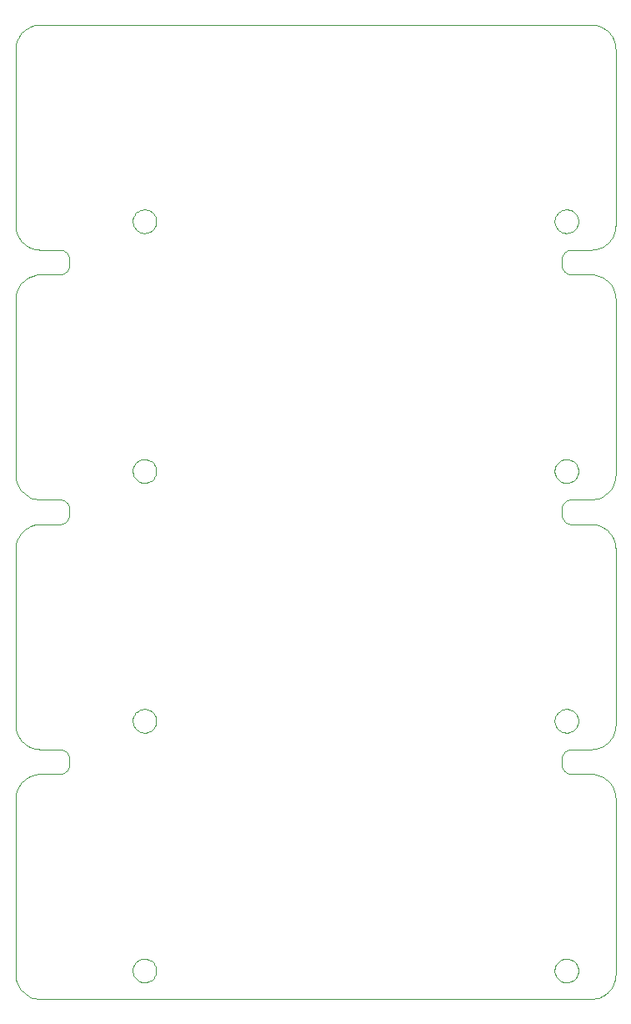
<source format=gbr>
G04 #@! TF.GenerationSoftware,KiCad,Pcbnew,5.1.7-a382d34a8~87~ubuntu20.04.1*
G04 #@! TF.CreationDate,2020-11-15T14:17:37+09:00*
G04 #@! TF.ProjectId,adapter-panel,61646170-7465-4722-9d70-616e656c2e6b,rev?*
G04 #@! TF.SameCoordinates,Original*
G04 #@! TF.FileFunction,Profile,NP*
%FSLAX46Y46*%
G04 Gerber Fmt 4.6, Leading zero omitted, Abs format (unit mm)*
G04 Created by KiCad (PCBNEW 5.1.7-a382d34a8~87~ubuntu20.04.1) date 2020-11-15 14:17:37*
%MOMM*%
%LPD*%
G01*
G04 APERTURE LIST*
G04 #@! TA.AperFunction,Profile*
%ADD10C,0.100000*%
G04 #@! TD*
G04 APERTURE END LIST*
D10*
X73596500Y-133380400D02*
X73595500Y-133499800D01*
X73595500Y-133360200D02*
X73596500Y-133380400D01*
X73582600Y-133241500D02*
X73595500Y-133360200D01*
X73558000Y-133124700D02*
X73582600Y-133241500D01*
X73521800Y-133011000D02*
X73558000Y-133124700D01*
X73474500Y-132901300D02*
X73521800Y-133011000D01*
X73416600Y-132797000D02*
X73474500Y-132901300D01*
X73348500Y-132698900D02*
X73416600Y-132797000D01*
X73271000Y-132608100D02*
X73348500Y-132698900D01*
X73184800Y-132525500D02*
X73271000Y-132608100D01*
X73090800Y-132451800D02*
X73184800Y-132525500D01*
X72990000Y-132387900D02*
X73090800Y-132451800D01*
X72883300Y-132334300D02*
X72990000Y-132387900D01*
X72771800Y-132291700D02*
X72883300Y-132334300D01*
X72656600Y-132260300D02*
X72771800Y-132291700D01*
X72538900Y-132240600D02*
X72656600Y-132260300D01*
X72419800Y-132232600D02*
X72538900Y-132240600D01*
X72300400Y-132236600D02*
X72419800Y-132232600D01*
X72182100Y-132252500D02*
X72300400Y-132236600D01*
X72065900Y-132280000D02*
X72182100Y-132252500D01*
X71953100Y-132319000D02*
X72065900Y-132280000D01*
X71844700Y-132369000D02*
X71953100Y-132319000D01*
X71741800Y-132429600D02*
X71844700Y-132369000D01*
X71645500Y-132500100D02*
X71741800Y-132429600D01*
X71556600Y-132579800D02*
X71645500Y-132500100D01*
X71476200Y-132668000D02*
X71556600Y-132579800D01*
X71404900Y-132763800D02*
X71476200Y-132668000D01*
X71343500Y-132866200D02*
X71404900Y-132763800D01*
X71292600Y-132974200D02*
X71343500Y-132866200D01*
X71252700Y-133086700D02*
X71292600Y-132974200D01*
X71224200Y-133202600D02*
X71252700Y-133086700D01*
X71207400Y-133320800D02*
X71224200Y-133202600D01*
X71202500Y-133440100D02*
X71207400Y-133320800D01*
X71209400Y-133559300D02*
X71202500Y-133440100D01*
X71228200Y-133677200D02*
X71209400Y-133559300D01*
X71258700Y-133792700D02*
X71228200Y-133677200D01*
X71300500Y-133904500D02*
X71258700Y-133792700D01*
X71353200Y-134011600D02*
X71300500Y-133904500D01*
X71416300Y-134113000D02*
X71353200Y-134011600D01*
X71489200Y-134207500D02*
X71416300Y-134113000D01*
X71571100Y-134294300D02*
X71489200Y-134207500D01*
X71661300Y-134372600D02*
X71571100Y-134294300D01*
X71758800Y-134441400D02*
X71661300Y-134372600D01*
X71862700Y-134500300D02*
X71758800Y-134441400D01*
X71971900Y-134548400D02*
X71862700Y-134500300D01*
X72085400Y-134585500D02*
X71971900Y-134548400D01*
X72202000Y-134611100D02*
X72085400Y-134585500D01*
X72320600Y-134624900D02*
X72202000Y-134611100D01*
X72440000Y-134626900D02*
X72320600Y-134624900D01*
X72558900Y-134617000D02*
X72440000Y-134626900D01*
X72676300Y-134595300D02*
X72558900Y-134617000D01*
X72791000Y-134562000D02*
X72676300Y-134595300D01*
X72901700Y-134517400D02*
X72791000Y-134562000D01*
X73007500Y-134462000D02*
X72901700Y-134517400D01*
X73107200Y-134396400D02*
X73007500Y-134462000D01*
X73200000Y-134321200D02*
X73107200Y-134396400D01*
X73284700Y-134237100D02*
X73200000Y-134321200D01*
X73360700Y-134145000D02*
X73284700Y-134237100D01*
X73416600Y-134063100D02*
X73360700Y-134145000D01*
X73474500Y-133958700D02*
X73416600Y-134063100D01*
X73521800Y-133849100D02*
X73474500Y-133958700D01*
X73558000Y-133735300D02*
X73521800Y-133849100D01*
X73582600Y-133618500D02*
X73558000Y-133735300D01*
X73595500Y-133499800D02*
X73582600Y-133618500D01*
X73596500Y-108020400D02*
X73595500Y-108139800D01*
X73595500Y-108000200D02*
X73596500Y-108020400D01*
X73582600Y-107881500D02*
X73595500Y-108000200D01*
X73558000Y-107764700D02*
X73582600Y-107881500D01*
X73521800Y-107650900D02*
X73558000Y-107764700D01*
X73474500Y-107541300D02*
X73521800Y-107650900D01*
X73416600Y-107437000D02*
X73474500Y-107541300D01*
X73348500Y-107338900D02*
X73416600Y-107437000D01*
X73271000Y-107248100D02*
X73348500Y-107338900D01*
X73184800Y-107165500D02*
X73271000Y-107248100D01*
X73090800Y-107091800D02*
X73184800Y-107165500D01*
X72990000Y-107027900D02*
X73090800Y-107091800D01*
X72883300Y-106974300D02*
X72990000Y-107027900D01*
X72771800Y-106931600D02*
X72883300Y-106974300D01*
X72656600Y-106900300D02*
X72771800Y-106931600D01*
X72538900Y-106880500D02*
X72656600Y-106900300D01*
X72419800Y-106872600D02*
X72538900Y-106880500D01*
X72300400Y-106876600D02*
X72419800Y-106872600D01*
X72182100Y-106892500D02*
X72300400Y-106876600D01*
X72065900Y-106920000D02*
X72182100Y-106892500D01*
X71953100Y-106959000D02*
X72065900Y-106920000D01*
X71844700Y-107009000D02*
X71953100Y-106959000D01*
X71741800Y-107069600D02*
X71844700Y-107009000D01*
X71645500Y-107140100D02*
X71741800Y-107069600D01*
X71556600Y-107219800D02*
X71645500Y-107140100D01*
X71476200Y-107308000D02*
X71556600Y-107219800D01*
X71404900Y-107403800D02*
X71476200Y-107308000D01*
X71343500Y-107506200D02*
X71404900Y-107403800D01*
X71292600Y-107614200D02*
X71343500Y-107506200D01*
X71252700Y-107726700D02*
X71292600Y-107614200D01*
X71224200Y-107842600D02*
X71252700Y-107726700D01*
X71207400Y-107960800D02*
X71224200Y-107842600D01*
X71202500Y-108080100D02*
X71207400Y-107960800D01*
X71209400Y-108199300D02*
X71202500Y-108080100D01*
X71228200Y-108317200D02*
X71209400Y-108199300D01*
X71258700Y-108432600D02*
X71228200Y-108317200D01*
X71300500Y-108544500D02*
X71258700Y-108432600D01*
X71353200Y-108651600D02*
X71300500Y-108544500D01*
X71416300Y-108752900D02*
X71353200Y-108651600D01*
X71489200Y-108847500D02*
X71416300Y-108752900D01*
X71571100Y-108934300D02*
X71489200Y-108847500D01*
X71661300Y-109012600D02*
X71571100Y-108934300D01*
X71758800Y-109081400D02*
X71661300Y-109012600D01*
X71862700Y-109140300D02*
X71758800Y-109081400D01*
X71971900Y-109188400D02*
X71862700Y-109140300D01*
X72085400Y-109225500D02*
X71971900Y-109188400D01*
X72202000Y-109251100D02*
X72085400Y-109225500D01*
X72320600Y-109264900D02*
X72202000Y-109251100D01*
X72419800Y-109267400D02*
X72320600Y-109264900D01*
X72538900Y-109259500D02*
X72419800Y-109267400D01*
X72656600Y-109239700D02*
X72538900Y-109259500D01*
X72771800Y-109208400D02*
X72656600Y-109239700D01*
X72883300Y-109165700D02*
X72771800Y-109208400D01*
X72990000Y-109112100D02*
X72883300Y-109165700D01*
X73090800Y-109048200D02*
X72990000Y-109112100D01*
X73184800Y-108974600D02*
X73090800Y-109048200D01*
X73271000Y-108891900D02*
X73184800Y-108974600D01*
X73348500Y-108801100D02*
X73271000Y-108891900D01*
X73416600Y-108703100D02*
X73348500Y-108801100D01*
X73474500Y-108598700D02*
X73416600Y-108703100D01*
X73521800Y-108489100D02*
X73474500Y-108598700D01*
X73558000Y-108375300D02*
X73521800Y-108489100D01*
X73582600Y-108258500D02*
X73558000Y-108375300D01*
X73595500Y-108139800D02*
X73582600Y-108258500D01*
X73596500Y-82660400D02*
X73595500Y-82779800D01*
X73595500Y-82640200D02*
X73596500Y-82660400D01*
X73582600Y-82521500D02*
X73595500Y-82640200D01*
X73558000Y-82404700D02*
X73582600Y-82521500D01*
X73521800Y-82290900D02*
X73558000Y-82404700D01*
X73474500Y-82181300D02*
X73521800Y-82290900D01*
X73416600Y-82077000D02*
X73474500Y-82181300D01*
X73348500Y-81978900D02*
X73416600Y-82077000D01*
X73271000Y-81888100D02*
X73348500Y-81978900D01*
X73184800Y-81805400D02*
X73271000Y-81888100D01*
X73090800Y-81731800D02*
X73184800Y-81805400D01*
X72990000Y-81667900D02*
X73090800Y-81731800D01*
X72883300Y-81614300D02*
X72990000Y-81667900D01*
X72771800Y-81571600D02*
X72883300Y-81614300D01*
X72656600Y-81540300D02*
X72771800Y-81571600D01*
X72538900Y-81520500D02*
X72656600Y-81540300D01*
X72419800Y-81512600D02*
X72538900Y-81520500D01*
X72300400Y-81516600D02*
X72419800Y-81512600D01*
X72182100Y-81532400D02*
X72300400Y-81516600D01*
X72065900Y-81560000D02*
X72182100Y-81532400D01*
X71953100Y-81599000D02*
X72065900Y-81560000D01*
X71844700Y-81649000D02*
X71953100Y-81599000D01*
X71741800Y-81709500D02*
X71844700Y-81649000D01*
X71645500Y-81780100D02*
X71741800Y-81709500D01*
X71556600Y-81859800D02*
X71645500Y-81780100D01*
X71476200Y-81948000D02*
X71556600Y-81859800D01*
X71404900Y-82043800D02*
X71476200Y-81948000D01*
X71343500Y-82146200D02*
X71404900Y-82043800D01*
X71292600Y-82254200D02*
X71343500Y-82146200D01*
X71252700Y-82366700D02*
X71292600Y-82254200D01*
X71224200Y-82482600D02*
X71252700Y-82366700D01*
X71207400Y-82600800D02*
X71224200Y-82482600D01*
X71202500Y-82720100D02*
X71207400Y-82600800D01*
X71209400Y-82839300D02*
X71202500Y-82720100D01*
X71228200Y-82957200D02*
X71209400Y-82839300D01*
X71258700Y-83072600D02*
X71228200Y-82957200D01*
X71300500Y-83184500D02*
X71258700Y-83072600D01*
X71353200Y-83291600D02*
X71300500Y-83184500D01*
X71416300Y-83392900D02*
X71353200Y-83291600D01*
X71489200Y-83487500D02*
X71416300Y-83392900D01*
X71571100Y-83574300D02*
X71489200Y-83487500D01*
X71661300Y-83652600D02*
X71571100Y-83574300D01*
X71758800Y-83721400D02*
X71661300Y-83652600D01*
X71862700Y-83780200D02*
X71758800Y-83721400D01*
X71971900Y-83828400D02*
X71862700Y-83780200D01*
X72085400Y-83865500D02*
X71971900Y-83828400D01*
X72202000Y-83891100D02*
X72085400Y-83865500D01*
X72320600Y-83904900D02*
X72202000Y-83891100D01*
X72419800Y-83907400D02*
X72320600Y-83904900D01*
X72538900Y-83899500D02*
X72419800Y-83907400D01*
X72656600Y-83879700D02*
X72538900Y-83899500D01*
X72771800Y-83848400D02*
X72656600Y-83879700D01*
X72883300Y-83805700D02*
X72771800Y-83848400D01*
X72990000Y-83752100D02*
X72883300Y-83805700D01*
X73090800Y-83688200D02*
X72990000Y-83752100D01*
X73184800Y-83614600D02*
X73090800Y-83688200D01*
X73271000Y-83531900D02*
X73184800Y-83614600D01*
X73348500Y-83441100D02*
X73271000Y-83531900D01*
X73416600Y-83343000D02*
X73348500Y-83441100D01*
X73474500Y-83238700D02*
X73416600Y-83343000D01*
X73521800Y-83129100D02*
X73474500Y-83238700D01*
X73558000Y-83015300D02*
X73521800Y-83129100D01*
X73582600Y-82898500D02*
X73558000Y-83015300D01*
X73595500Y-82779800D02*
X73582600Y-82898500D01*
X73596500Y-158740400D02*
X73595500Y-158859800D01*
X73595500Y-158720200D02*
X73596500Y-158740400D01*
X73582600Y-158601600D02*
X73595500Y-158720200D01*
X73558000Y-158484700D02*
X73582600Y-158601600D01*
X73521800Y-158371000D02*
X73558000Y-158484700D01*
X73474500Y-158261300D02*
X73521800Y-158371000D01*
X73416600Y-158157000D02*
X73474500Y-158261300D01*
X73348500Y-158058900D02*
X73416600Y-158157000D01*
X73271000Y-157968100D02*
X73348500Y-158058900D01*
X73184800Y-157885500D02*
X73271000Y-157968100D01*
X73090800Y-157811800D02*
X73184800Y-157885500D01*
X72990000Y-157747900D02*
X73090800Y-157811800D01*
X72883300Y-157694300D02*
X72990000Y-157747900D01*
X72771800Y-157651700D02*
X72883300Y-157694300D01*
X72656600Y-157620300D02*
X72771800Y-157651700D01*
X72538900Y-157600600D02*
X72656600Y-157620300D01*
X72419800Y-157592600D02*
X72538900Y-157600600D01*
X72300400Y-157596600D02*
X72419800Y-157592600D01*
X72182100Y-157612500D02*
X72300400Y-157596600D01*
X72065900Y-157640000D02*
X72182100Y-157612500D01*
X71953100Y-157679000D02*
X72065900Y-157640000D01*
X71844700Y-157729000D02*
X71953100Y-157679000D01*
X71741800Y-157789600D02*
X71844700Y-157729000D01*
X71645500Y-157860100D02*
X71741800Y-157789600D01*
X71556600Y-157939800D02*
X71645500Y-157860100D01*
X71476200Y-158028000D02*
X71556600Y-157939800D01*
X71404900Y-158123800D02*
X71476200Y-158028000D01*
X71343500Y-158226200D02*
X71404900Y-158123800D01*
X71292600Y-158334200D02*
X71343500Y-158226200D01*
X71252700Y-158446700D02*
X71292600Y-158334200D01*
X71224200Y-158562700D02*
X71252700Y-158446700D01*
X71207400Y-158680900D02*
X71224200Y-158562700D01*
X71202500Y-158800100D02*
X71207400Y-158680900D01*
X71209400Y-158919300D02*
X71202500Y-158800100D01*
X71228200Y-159037200D02*
X71209400Y-158919300D01*
X71258700Y-159152700D02*
X71228200Y-159037200D01*
X71300500Y-159264500D02*
X71258700Y-159152700D01*
X71353200Y-159371600D02*
X71300500Y-159264500D01*
X71416300Y-159473000D02*
X71353200Y-159371600D01*
X71489200Y-159567500D02*
X71416300Y-159473000D01*
X71571100Y-159654300D02*
X71489200Y-159567500D01*
X71661300Y-159732600D02*
X71571100Y-159654300D01*
X71758800Y-159801500D02*
X71661300Y-159732600D01*
X71862700Y-159860300D02*
X71758800Y-159801500D01*
X71971900Y-159908500D02*
X71862700Y-159860300D01*
X72085400Y-159945500D02*
X71971900Y-159908500D01*
X72202000Y-159971100D02*
X72085400Y-159945500D01*
X72300400Y-159983400D02*
X72202000Y-159971100D01*
X72419800Y-159987400D02*
X72300400Y-159983400D01*
X72538900Y-159979500D02*
X72419800Y-159987400D01*
X72656600Y-159959800D02*
X72538900Y-159979500D01*
X72771800Y-159928400D02*
X72656600Y-159959800D01*
X72883300Y-159885700D02*
X72771800Y-159928400D01*
X72990000Y-159832200D02*
X72883300Y-159885700D01*
X73090800Y-159768200D02*
X72990000Y-159832200D01*
X73184800Y-159694600D02*
X73090800Y-159768200D01*
X73271000Y-159612000D02*
X73184800Y-159694600D01*
X73348500Y-159521200D02*
X73271000Y-159612000D01*
X73416600Y-159423100D02*
X73348500Y-159521200D01*
X73474500Y-159318700D02*
X73416600Y-159423100D01*
X73521800Y-159209100D02*
X73474500Y-159318700D01*
X73558000Y-159095300D02*
X73521800Y-159209100D01*
X73582600Y-158978500D02*
X73558000Y-159095300D01*
X73595500Y-158859800D02*
X73582600Y-158978500D01*
X116452700Y-133380400D02*
X116451700Y-133499800D01*
X116451700Y-133360200D02*
X116452700Y-133380400D01*
X116438800Y-133241500D02*
X116451700Y-133360200D01*
X116414200Y-133124700D02*
X116438800Y-133241500D01*
X116378000Y-133011000D02*
X116414200Y-133124700D01*
X116330700Y-132901300D02*
X116378000Y-133011000D01*
X116272800Y-132797000D02*
X116330700Y-132901300D01*
X116204700Y-132698900D02*
X116272800Y-132797000D01*
X116127200Y-132608100D02*
X116204700Y-132698900D01*
X116041000Y-132525500D02*
X116127200Y-132608100D01*
X115947000Y-132451800D02*
X116041000Y-132525500D01*
X115846200Y-132387900D02*
X115947000Y-132451800D01*
X115739500Y-132334300D02*
X115846200Y-132387900D01*
X115628000Y-132291700D02*
X115739500Y-132334300D01*
X115512800Y-132260300D02*
X115628000Y-132291700D01*
X115395100Y-132240600D02*
X115512800Y-132260300D01*
X115276000Y-132232600D02*
X115395100Y-132240600D01*
X115156600Y-132236600D02*
X115276000Y-132232600D01*
X115038300Y-132252500D02*
X115156600Y-132236600D01*
X114922100Y-132280000D02*
X115038300Y-132252500D01*
X114809300Y-132319000D02*
X114922100Y-132280000D01*
X114700900Y-132369000D02*
X114809300Y-132319000D01*
X114598000Y-132429600D02*
X114700900Y-132369000D01*
X114501700Y-132500100D02*
X114598000Y-132429600D01*
X114412800Y-132579800D02*
X114501700Y-132500100D01*
X114332400Y-132668000D02*
X114412800Y-132579800D01*
X114261100Y-132763800D02*
X114332400Y-132668000D01*
X114199700Y-132866200D02*
X114261100Y-132763800D01*
X114148800Y-132974200D02*
X114199700Y-132866200D01*
X114108900Y-133086700D02*
X114148800Y-132974200D01*
X114080400Y-133202600D02*
X114108900Y-133086700D01*
X114063600Y-133320800D02*
X114080400Y-133202600D01*
X114058700Y-133440100D02*
X114063600Y-133320800D01*
X114065600Y-133559300D02*
X114058700Y-133440100D01*
X114084400Y-133677200D02*
X114065600Y-133559300D01*
X114114900Y-133792700D02*
X114084400Y-133677200D01*
X114156700Y-133904500D02*
X114114900Y-133792700D01*
X114209400Y-134011600D02*
X114156700Y-133904500D01*
X114272500Y-134113000D02*
X114209400Y-134011600D01*
X114345400Y-134207500D02*
X114272500Y-134113000D01*
X114427300Y-134294300D02*
X114345400Y-134207500D01*
X114517500Y-134372600D02*
X114427300Y-134294300D01*
X114615000Y-134441400D02*
X114517500Y-134372600D01*
X114718900Y-134500300D02*
X114615000Y-134441400D01*
X114828100Y-134548400D02*
X114718900Y-134500300D01*
X114941600Y-134585500D02*
X114828100Y-134548400D01*
X115058200Y-134611100D02*
X114941600Y-134585500D01*
X115176800Y-134624900D02*
X115058200Y-134611100D01*
X115296200Y-134626900D02*
X115176800Y-134624900D01*
X115415100Y-134617000D02*
X115296200Y-134626900D01*
X115532500Y-134595300D02*
X115415100Y-134617000D01*
X115647200Y-134562000D02*
X115532500Y-134595300D01*
X115757900Y-134517400D02*
X115647200Y-134562000D01*
X115863700Y-134462000D02*
X115757900Y-134517400D01*
X115963400Y-134396400D02*
X115863700Y-134462000D01*
X116056200Y-134321200D02*
X115963400Y-134396400D01*
X116140900Y-134237100D02*
X116056200Y-134321200D01*
X116216900Y-134145000D02*
X116140900Y-134237100D01*
X116272800Y-134063100D02*
X116216900Y-134145000D01*
X116330700Y-133958700D02*
X116272800Y-134063100D01*
X116378000Y-133849100D02*
X116330700Y-133958700D01*
X116414200Y-133735300D02*
X116378000Y-133849100D01*
X116438800Y-133618500D02*
X116414200Y-133735300D01*
X116451700Y-133499800D02*
X116438800Y-133618500D01*
X116452700Y-108020400D02*
X116451700Y-108139800D01*
X116451700Y-108000200D02*
X116452700Y-108020400D01*
X116438800Y-107881500D02*
X116451700Y-108000200D01*
X116414200Y-107764700D02*
X116438800Y-107881500D01*
X116378000Y-107650900D02*
X116414200Y-107764700D01*
X116330700Y-107541300D02*
X116378000Y-107650900D01*
X116272800Y-107437000D02*
X116330700Y-107541300D01*
X116204700Y-107338900D02*
X116272800Y-107437000D01*
X116127200Y-107248100D02*
X116204700Y-107338900D01*
X116041000Y-107165500D02*
X116127200Y-107248100D01*
X115947000Y-107091800D02*
X116041000Y-107165500D01*
X115846200Y-107027900D02*
X115947000Y-107091800D01*
X115739500Y-106974300D02*
X115846200Y-107027900D01*
X115628000Y-106931600D02*
X115739500Y-106974300D01*
X115512800Y-106900300D02*
X115628000Y-106931600D01*
X115395100Y-106880500D02*
X115512800Y-106900300D01*
X115276000Y-106872600D02*
X115395100Y-106880500D01*
X115156600Y-106876600D02*
X115276000Y-106872600D01*
X115038300Y-106892500D02*
X115156600Y-106876600D01*
X114922100Y-106920000D02*
X115038300Y-106892500D01*
X114809300Y-106959000D02*
X114922100Y-106920000D01*
X114700900Y-107009000D02*
X114809300Y-106959000D01*
X114598000Y-107069600D02*
X114700900Y-107009000D01*
X114501700Y-107140100D02*
X114598000Y-107069600D01*
X114412800Y-107219800D02*
X114501700Y-107140100D01*
X114332400Y-107308000D02*
X114412800Y-107219800D01*
X114261100Y-107403800D02*
X114332400Y-107308000D01*
X114199700Y-107506200D02*
X114261100Y-107403800D01*
X114148800Y-107614200D02*
X114199700Y-107506200D01*
X114108900Y-107726700D02*
X114148800Y-107614200D01*
X114080400Y-107842600D02*
X114108900Y-107726700D01*
X114063600Y-107960800D02*
X114080400Y-107842600D01*
X114058700Y-108080100D02*
X114063600Y-107960800D01*
X114065600Y-108199300D02*
X114058700Y-108080100D01*
X114084400Y-108317200D02*
X114065600Y-108199300D01*
X114114900Y-108432600D02*
X114084400Y-108317200D01*
X114156700Y-108544500D02*
X114114900Y-108432600D01*
X114209400Y-108651600D02*
X114156700Y-108544500D01*
X114272500Y-108752900D02*
X114209400Y-108651600D01*
X114345400Y-108847500D02*
X114272500Y-108752900D01*
X114427300Y-108934300D02*
X114345400Y-108847500D01*
X114517500Y-109012600D02*
X114427300Y-108934300D01*
X114615000Y-109081400D02*
X114517500Y-109012600D01*
X114718900Y-109140300D02*
X114615000Y-109081400D01*
X114828100Y-109188400D02*
X114718900Y-109140300D01*
X114941600Y-109225500D02*
X114828100Y-109188400D01*
X115058200Y-109251100D02*
X114941600Y-109225500D01*
X115176800Y-109264900D02*
X115058200Y-109251100D01*
X115276000Y-109267400D02*
X115176800Y-109264900D01*
X115395100Y-109259500D02*
X115276000Y-109267400D01*
X115512800Y-109239700D02*
X115395100Y-109259500D01*
X115628000Y-109208400D02*
X115512800Y-109239700D01*
X115739500Y-109165700D02*
X115628000Y-109208400D01*
X115846200Y-109112100D02*
X115739500Y-109165700D01*
X115947000Y-109048200D02*
X115846200Y-109112100D01*
X116041000Y-108974600D02*
X115947000Y-109048200D01*
X116127200Y-108891900D02*
X116041000Y-108974600D01*
X116204700Y-108801100D02*
X116127200Y-108891900D01*
X116272800Y-108703100D02*
X116204700Y-108801100D01*
X116330700Y-108598700D02*
X116272800Y-108703100D01*
X116378000Y-108489100D02*
X116330700Y-108598700D01*
X116414200Y-108375300D02*
X116378000Y-108489100D01*
X116438800Y-108258500D02*
X116414200Y-108375300D01*
X116451700Y-108139800D02*
X116438800Y-108258500D01*
X116452700Y-82660400D02*
X116451700Y-82779800D01*
X116451700Y-82640200D02*
X116452700Y-82660400D01*
X116438800Y-82521500D02*
X116451700Y-82640200D01*
X116414200Y-82404700D02*
X116438800Y-82521500D01*
X116378000Y-82290900D02*
X116414200Y-82404700D01*
X116330700Y-82181300D02*
X116378000Y-82290900D01*
X116272800Y-82077000D02*
X116330700Y-82181300D01*
X116204700Y-81978900D02*
X116272800Y-82077000D01*
X116127200Y-81888100D02*
X116204700Y-81978900D01*
X116041000Y-81805400D02*
X116127200Y-81888100D01*
X115947000Y-81731800D02*
X116041000Y-81805400D01*
X115846200Y-81667900D02*
X115947000Y-81731800D01*
X115739500Y-81614300D02*
X115846200Y-81667900D01*
X115628000Y-81571600D02*
X115739500Y-81614300D01*
X115512800Y-81540300D02*
X115628000Y-81571600D01*
X115395100Y-81520500D02*
X115512800Y-81540300D01*
X115276000Y-81512600D02*
X115395100Y-81520500D01*
X115156600Y-81516600D02*
X115276000Y-81512600D01*
X115038300Y-81532400D02*
X115156600Y-81516600D01*
X114922100Y-81560000D02*
X115038300Y-81532400D01*
X114809300Y-81599000D02*
X114922100Y-81560000D01*
X114700900Y-81649000D02*
X114809300Y-81599000D01*
X114598000Y-81709500D02*
X114700900Y-81649000D01*
X114501700Y-81780100D02*
X114598000Y-81709500D01*
X114412800Y-81859800D02*
X114501700Y-81780100D01*
X114332400Y-81948000D02*
X114412800Y-81859800D01*
X114261100Y-82043800D02*
X114332400Y-81948000D01*
X114199700Y-82146200D02*
X114261100Y-82043800D01*
X114148800Y-82254200D02*
X114199700Y-82146200D01*
X114108900Y-82366700D02*
X114148800Y-82254200D01*
X114080400Y-82482600D02*
X114108900Y-82366700D01*
X114063600Y-82600800D02*
X114080400Y-82482600D01*
X114058700Y-82720100D02*
X114063600Y-82600800D01*
X114065600Y-82839300D02*
X114058700Y-82720100D01*
X114084400Y-82957200D02*
X114065600Y-82839300D01*
X114114900Y-83072600D02*
X114084400Y-82957200D01*
X114156700Y-83184500D02*
X114114900Y-83072600D01*
X114209400Y-83291600D02*
X114156700Y-83184500D01*
X114272500Y-83392900D02*
X114209400Y-83291600D01*
X114345400Y-83487500D02*
X114272500Y-83392900D01*
X114427300Y-83574300D02*
X114345400Y-83487500D01*
X114517500Y-83652600D02*
X114427300Y-83574300D01*
X114615000Y-83721400D02*
X114517500Y-83652600D01*
X114718900Y-83780200D02*
X114615000Y-83721400D01*
X114828100Y-83828400D02*
X114718900Y-83780200D01*
X114941600Y-83865500D02*
X114828100Y-83828400D01*
X115058200Y-83891100D02*
X114941600Y-83865500D01*
X115176800Y-83904900D02*
X115058200Y-83891100D01*
X115276000Y-83907400D02*
X115176800Y-83904900D01*
X115395100Y-83899500D02*
X115276000Y-83907400D01*
X115512800Y-83879700D02*
X115395100Y-83899500D01*
X115628000Y-83848400D02*
X115512800Y-83879700D01*
X115739500Y-83805700D02*
X115628000Y-83848400D01*
X115846200Y-83752100D02*
X115739500Y-83805700D01*
X115947000Y-83688200D02*
X115846200Y-83752100D01*
X116041000Y-83614600D02*
X115947000Y-83688200D01*
X116127200Y-83531900D02*
X116041000Y-83614600D01*
X116204700Y-83441100D02*
X116127200Y-83531900D01*
X116272800Y-83343000D02*
X116204700Y-83441100D01*
X116330700Y-83238700D02*
X116272800Y-83343000D01*
X116378000Y-83129100D02*
X116330700Y-83238700D01*
X116414200Y-83015300D02*
X116378000Y-83129100D01*
X116438800Y-82898500D02*
X116414200Y-83015300D01*
X116451700Y-82779800D02*
X116438800Y-82898500D01*
X116452700Y-158740400D02*
X116451700Y-158859800D01*
X116451700Y-158720200D02*
X116452700Y-158740400D01*
X116438800Y-158601600D02*
X116451700Y-158720200D01*
X116414200Y-158484700D02*
X116438800Y-158601600D01*
X116378000Y-158371000D02*
X116414200Y-158484700D01*
X116330700Y-158261300D02*
X116378000Y-158371000D01*
X116272800Y-158157000D02*
X116330700Y-158261300D01*
X116204700Y-158058900D02*
X116272800Y-158157000D01*
X116127200Y-157968100D02*
X116204700Y-158058900D01*
X116041000Y-157885500D02*
X116127200Y-157968100D01*
X115947000Y-157811800D02*
X116041000Y-157885500D01*
X115846200Y-157747900D02*
X115947000Y-157811800D01*
X115739500Y-157694300D02*
X115846200Y-157747900D01*
X115628000Y-157651700D02*
X115739500Y-157694300D01*
X115512800Y-157620300D02*
X115628000Y-157651700D01*
X115395100Y-157600600D02*
X115512800Y-157620300D01*
X115276000Y-157592600D02*
X115395100Y-157600600D01*
X115156600Y-157596600D02*
X115276000Y-157592600D01*
X115038300Y-157612500D02*
X115156600Y-157596600D01*
X114922100Y-157640000D02*
X115038300Y-157612500D01*
X114809300Y-157679000D02*
X114922100Y-157640000D01*
X114700900Y-157729000D02*
X114809300Y-157679000D01*
X114598000Y-157789600D02*
X114700900Y-157729000D01*
X114501700Y-157860100D02*
X114598000Y-157789600D01*
X114412800Y-157939800D02*
X114501700Y-157860100D01*
X114332400Y-158028000D02*
X114412800Y-157939800D01*
X114261100Y-158123800D02*
X114332400Y-158028000D01*
X114199700Y-158226200D02*
X114261100Y-158123800D01*
X114148800Y-158334200D02*
X114199700Y-158226200D01*
X114108900Y-158446700D02*
X114148800Y-158334200D01*
X114080400Y-158562700D02*
X114108900Y-158446700D01*
X114063600Y-158680900D02*
X114080400Y-158562700D01*
X114058700Y-158800100D02*
X114063600Y-158680900D01*
X114065600Y-158919300D02*
X114058700Y-158800100D01*
X114084400Y-159037200D02*
X114065600Y-158919300D01*
X114114900Y-159152700D02*
X114084400Y-159037200D01*
X114156700Y-159264500D02*
X114114900Y-159152700D01*
X114209400Y-159371600D02*
X114156700Y-159264500D01*
X114272500Y-159473000D02*
X114209400Y-159371600D01*
X114345400Y-159567500D02*
X114272500Y-159473000D01*
X114427300Y-159654300D02*
X114345400Y-159567500D01*
X114517500Y-159732600D02*
X114427300Y-159654300D01*
X114615000Y-159801500D02*
X114517500Y-159732600D01*
X114718900Y-159860300D02*
X114615000Y-159801500D01*
X114828100Y-159908500D02*
X114718900Y-159860300D01*
X114941600Y-159945500D02*
X114828100Y-159908500D01*
X115058200Y-159971100D02*
X114941600Y-159945500D01*
X115156600Y-159983400D02*
X115058200Y-159971100D01*
X115276000Y-159987400D02*
X115156600Y-159983400D01*
X115395100Y-159979500D02*
X115276000Y-159987400D01*
X115512800Y-159959800D02*
X115395100Y-159979500D01*
X115628000Y-159928400D02*
X115512800Y-159959800D01*
X115739500Y-159885700D02*
X115628000Y-159928400D01*
X115846200Y-159832200D02*
X115739500Y-159885700D01*
X115947000Y-159768200D02*
X115846200Y-159832200D01*
X116041000Y-159694600D02*
X115947000Y-159768200D01*
X116127200Y-159612000D02*
X116041000Y-159694600D01*
X116204700Y-159521200D02*
X116127200Y-159612000D01*
X116272800Y-159423100D02*
X116204700Y-159521200D01*
X116330700Y-159318700D02*
X116272800Y-159423100D01*
X116378000Y-159209100D02*
X116330700Y-159318700D01*
X116414200Y-159095300D02*
X116378000Y-159209100D01*
X116438800Y-158978500D02*
X116414200Y-159095300D01*
X116451700Y-158859800D02*
X116438800Y-158978500D01*
X114781000Y-87108800D02*
X114781000Y-86591200D01*
X114785800Y-87206000D02*
X114781000Y-87108800D01*
X114800000Y-87302100D02*
X114785800Y-87206000D01*
X114823600Y-87396400D02*
X114800000Y-87302100D01*
X114856400Y-87487900D02*
X114823600Y-87396400D01*
X114897900Y-87575700D02*
X114856400Y-87487900D01*
X114947900Y-87659000D02*
X114897900Y-87575700D01*
X115005700Y-87737100D02*
X114947900Y-87659000D01*
X115071000Y-87809000D02*
X115005700Y-87737100D01*
X115143000Y-87874300D02*
X115071000Y-87809000D01*
X115221000Y-87932200D02*
X115143000Y-87874300D01*
X115304300Y-87982100D02*
X115221000Y-87932200D01*
X115392200Y-88023600D02*
X115304300Y-87982100D01*
X115483600Y-88056400D02*
X115392200Y-88023600D01*
X115577900Y-88080000D02*
X115483600Y-88056400D01*
X115674000Y-88094200D02*
X115577900Y-88080000D01*
X115771200Y-88099000D02*
X115674000Y-88094200D01*
X117713600Y-88099000D02*
X115771200Y-88099000D01*
X117972500Y-88112200D02*
X117713600Y-88099000D01*
X117998600Y-88115000D02*
X117972500Y-88112200D01*
X118235300Y-88152500D02*
X117998600Y-88115000D01*
X118261000Y-88157900D02*
X118235300Y-88152500D01*
X118504900Y-88223600D02*
X118261000Y-88157900D01*
X118741200Y-88314000D02*
X118504900Y-88223600D01*
X118765200Y-88324700D02*
X118741200Y-88314000D01*
X118990100Y-88439600D02*
X118765200Y-88324700D01*
X119213200Y-88584400D02*
X118990100Y-88439600D01*
X119419900Y-88751800D02*
X119213200Y-88584400D01*
X119607900Y-88939800D02*
X119419900Y-88751800D01*
X119775300Y-89146500D02*
X119607900Y-88939800D01*
X119920400Y-89369900D02*
X119775300Y-89146500D01*
X120041100Y-89606900D02*
X119920400Y-89369900D01*
X120136400Y-89855200D02*
X120041100Y-89606900D01*
X120205200Y-90112100D02*
X120136400Y-89855200D01*
X120245000Y-90361400D02*
X120205200Y-90112100D01*
X120247800Y-90387300D02*
X120245000Y-90361400D01*
X120261000Y-90646500D02*
X120247800Y-90387300D01*
X120261000Y-108413500D02*
X120261000Y-90646500D01*
X120246700Y-108685900D02*
X120261000Y-108413500D01*
X120207500Y-108935300D02*
X120246700Y-108685900D01*
X120202100Y-108960800D02*
X120207500Y-108935300D01*
X120136200Y-109205400D02*
X120202100Y-108960800D01*
X120040900Y-109453700D02*
X120136200Y-109205400D01*
X119920100Y-109690600D02*
X120040900Y-109453700D01*
X119775300Y-109913600D02*
X119920100Y-109690600D01*
X119607900Y-110120300D02*
X119775300Y-109913600D01*
X119419800Y-110308300D02*
X119607900Y-110120300D01*
X119213100Y-110475600D02*
X119419800Y-110308300D01*
X118990100Y-110620400D02*
X119213100Y-110475600D01*
X118753600Y-110740900D02*
X118990100Y-110620400D01*
X118505300Y-110836200D02*
X118753600Y-110740900D01*
X118248500Y-110905100D02*
X118505300Y-110836200D01*
X117985800Y-110946700D02*
X118248500Y-110905100D01*
X117713500Y-110961000D02*
X117985800Y-110946700D01*
X115771200Y-110961000D02*
X117713500Y-110961000D01*
X115674000Y-110965800D02*
X115771200Y-110961000D01*
X115577900Y-110980000D02*
X115674000Y-110965800D01*
X115483600Y-111003600D02*
X115577900Y-110980000D01*
X115392200Y-111036400D02*
X115483600Y-111003600D01*
X115304300Y-111077900D02*
X115392200Y-111036400D01*
X115221000Y-111127900D02*
X115304300Y-111077900D01*
X115143000Y-111185700D02*
X115221000Y-111127900D01*
X115071000Y-111251000D02*
X115143000Y-111185700D01*
X115005700Y-111323000D02*
X115071000Y-111251000D01*
X114947900Y-111401000D02*
X115005700Y-111323000D01*
X114897900Y-111484300D02*
X114947900Y-111401000D01*
X114856400Y-111572100D02*
X114897900Y-111484300D01*
X114823600Y-111663600D02*
X114856400Y-111572100D01*
X114800000Y-111757900D02*
X114823600Y-111663600D01*
X114785800Y-111854000D02*
X114800000Y-111757900D01*
X114781000Y-111951200D02*
X114785800Y-111854000D01*
X114781000Y-112468800D02*
X114781000Y-111951200D01*
X114785800Y-112566100D02*
X114781000Y-112468800D01*
X114800000Y-112662200D02*
X114785800Y-112566100D01*
X114823600Y-112756400D02*
X114800000Y-112662200D01*
X114856400Y-112847900D02*
X114823600Y-112756400D01*
X114897900Y-112935700D02*
X114856400Y-112847900D01*
X114947900Y-113019000D02*
X114897900Y-112935700D01*
X115005700Y-113097100D02*
X114947900Y-113019000D01*
X115071000Y-113169000D02*
X115005700Y-113097100D01*
X115143000Y-113234300D02*
X115071000Y-113169000D01*
X115221000Y-113292200D02*
X115143000Y-113234300D01*
X115304300Y-113342100D02*
X115221000Y-113292200D01*
X115392200Y-113383700D02*
X115304300Y-113342100D01*
X115483600Y-113416400D02*
X115392200Y-113383700D01*
X115577900Y-113440000D02*
X115483600Y-113416400D01*
X115674000Y-113454200D02*
X115577900Y-113440000D01*
X115771200Y-113459000D02*
X115674000Y-113454200D01*
X117713600Y-113459000D02*
X115771200Y-113459000D01*
X117972500Y-113472300D02*
X117713600Y-113459000D01*
X117998600Y-113475000D02*
X117972500Y-113472300D01*
X118235300Y-113512500D02*
X117998600Y-113475000D01*
X118261000Y-113517900D02*
X118235300Y-113512500D01*
X118504900Y-113583600D02*
X118261000Y-113517900D01*
X118741200Y-113674000D02*
X118504900Y-113583600D01*
X118765200Y-113684700D02*
X118741200Y-113674000D01*
X118990100Y-113799600D02*
X118765200Y-113684700D01*
X119213200Y-113944500D02*
X118990100Y-113799600D01*
X119419900Y-114111800D02*
X119213200Y-113944500D01*
X119607900Y-114299800D02*
X119419900Y-114111800D01*
X119775300Y-114506500D02*
X119607900Y-114299800D01*
X119920200Y-114729500D02*
X119775300Y-114506500D01*
X120040900Y-114966400D02*
X119920200Y-114729500D01*
X120136200Y-115214700D02*
X120040900Y-114966400D01*
X120205100Y-115471600D02*
X120136200Y-115214700D01*
X120246800Y-115734700D02*
X120205100Y-115471600D01*
X120261000Y-116006500D02*
X120246800Y-115734700D01*
X120261000Y-133773500D02*
X120261000Y-116006500D01*
X120246700Y-134045900D02*
X120261000Y-133773500D01*
X120207500Y-134295300D02*
X120246700Y-134045900D01*
X120202100Y-134320800D02*
X120207500Y-134295300D01*
X120136200Y-134565400D02*
X120202100Y-134320800D01*
X120040900Y-134813700D02*
X120136200Y-134565400D01*
X119920100Y-135050600D02*
X120040900Y-134813700D01*
X119775300Y-135273600D02*
X119920100Y-135050600D01*
X119607900Y-135480300D02*
X119775300Y-135273600D01*
X119419800Y-135668300D02*
X119607900Y-135480300D01*
X119213100Y-135835600D02*
X119419800Y-135668300D01*
X118990100Y-135980400D02*
X119213100Y-135835600D01*
X118753600Y-136100900D02*
X118990100Y-135980400D01*
X118505300Y-136196300D02*
X118753600Y-136100900D01*
X118248500Y-136265100D02*
X118505300Y-136196300D01*
X117985800Y-136306700D02*
X118248500Y-136265100D01*
X117713500Y-136321000D02*
X117985800Y-136306700D01*
X115771200Y-136321000D02*
X117713500Y-136321000D01*
X115674000Y-136325800D02*
X115771200Y-136321000D01*
X115577900Y-136340000D02*
X115674000Y-136325800D01*
X115483600Y-136363600D02*
X115577900Y-136340000D01*
X115392200Y-136396400D02*
X115483600Y-136363600D01*
X115304300Y-136437900D02*
X115392200Y-136396400D01*
X115221000Y-136487900D02*
X115304300Y-136437900D01*
X115143000Y-136545700D02*
X115221000Y-136487900D01*
X115071000Y-136611000D02*
X115143000Y-136545700D01*
X115005700Y-136683000D02*
X115071000Y-136611000D01*
X114947900Y-136761000D02*
X115005700Y-136683000D01*
X114897900Y-136844300D02*
X114947900Y-136761000D01*
X114856400Y-136932100D02*
X114897900Y-136844300D01*
X114823600Y-137023600D02*
X114856400Y-136932100D01*
X114800000Y-137117900D02*
X114823600Y-137023600D01*
X114785800Y-137214000D02*
X114800000Y-137117900D01*
X114781000Y-137311200D02*
X114785800Y-137214000D01*
X114781000Y-137828800D02*
X114781000Y-137311200D01*
X114785800Y-137926100D02*
X114781000Y-137828800D01*
X114800000Y-138022200D02*
X114785800Y-137926100D01*
X114823600Y-138116400D02*
X114800000Y-138022200D01*
X114856400Y-138207900D02*
X114823600Y-138116400D01*
X114897900Y-138295700D02*
X114856400Y-138207900D01*
X114947900Y-138379000D02*
X114897900Y-138295700D01*
X115005700Y-138457100D02*
X114947900Y-138379000D01*
X115071000Y-138529100D02*
X115005700Y-138457100D01*
X115143000Y-138594300D02*
X115071000Y-138529100D01*
X115221000Y-138652200D02*
X115143000Y-138594300D01*
X115304300Y-138702100D02*
X115221000Y-138652200D01*
X115392200Y-138743700D02*
X115304300Y-138702100D01*
X115483600Y-138776400D02*
X115392200Y-138743700D01*
X115577900Y-138800000D02*
X115483600Y-138776400D01*
X115674000Y-138814300D02*
X115577900Y-138800000D01*
X115771200Y-138819000D02*
X115674000Y-138814300D01*
X117713600Y-138819000D02*
X115771200Y-138819000D01*
X117985900Y-138833300D02*
X117713600Y-138819000D01*
X118248000Y-138874900D02*
X117985900Y-138833300D01*
X118492500Y-138940000D02*
X118248000Y-138874900D01*
X118517500Y-138948100D02*
X118492500Y-138940000D01*
X118753200Y-139038900D02*
X118517500Y-138948100D01*
X118990100Y-139159600D02*
X118753200Y-139038900D01*
X119213600Y-139304800D02*
X118990100Y-139159600D01*
X119420200Y-139472200D02*
X119213600Y-139304800D01*
X119599000Y-139650500D02*
X119420200Y-139472200D01*
X119616600Y-139670000D02*
X119599000Y-139650500D01*
X119767400Y-139856200D02*
X119616600Y-139670000D01*
X119782900Y-139877500D02*
X119767400Y-139856200D01*
X119920200Y-140089500D02*
X119782900Y-139877500D01*
X120035300Y-140314800D02*
X119920200Y-140089500D01*
X120046000Y-140338800D02*
X120035300Y-140314800D01*
X120136200Y-140574700D02*
X120046000Y-140338800D01*
X120205100Y-140831600D02*
X120136200Y-140574700D01*
X120246800Y-141094700D02*
X120205100Y-140831600D01*
X120261000Y-141366500D02*
X120246800Y-141094700D01*
X120260900Y-159139900D02*
X120261000Y-141366500D01*
X120246800Y-159405400D02*
X120260900Y-159139900D01*
X120207500Y-159655300D02*
X120246800Y-159405400D01*
X120202100Y-159681000D02*
X120207500Y-159655300D01*
X120136200Y-159925400D02*
X120202100Y-159681000D01*
X120041100Y-160173200D02*
X120136200Y-159925400D01*
X119926600Y-160398800D02*
X120041100Y-160173200D01*
X119913400Y-160421600D02*
X119926600Y-160398800D01*
X119775300Y-160633600D02*
X119913400Y-160421600D01*
X119607900Y-160840300D02*
X119775300Y-160633600D01*
X119429600Y-161019100D02*
X119607900Y-160840300D01*
X119410000Y-161036600D02*
X119429600Y-161019100D01*
X119223800Y-161187500D02*
X119410000Y-161036600D01*
X119202500Y-161202900D02*
X119223800Y-161187500D01*
X118990500Y-161340200D02*
X119202500Y-161202900D01*
X118765300Y-161455400D02*
X118990500Y-161340200D01*
X118741200Y-161466100D02*
X118765300Y-161455400D01*
X118505300Y-161556300D02*
X118741200Y-161466100D01*
X118248500Y-161625100D02*
X118505300Y-161556300D01*
X117985300Y-161666800D02*
X118248500Y-161625100D01*
X117713600Y-161681000D02*
X117985300Y-161666800D01*
X61846400Y-161681000D02*
X117713600Y-161681000D01*
X61587500Y-161667800D02*
X61846400Y-161681000D01*
X61561400Y-161665100D02*
X61587500Y-161667800D01*
X61311500Y-161625100D02*
X61561400Y-161665100D01*
X61055100Y-161556400D02*
X61311500Y-161625100D01*
X60806800Y-161461100D02*
X61055100Y-161556400D01*
X60581200Y-161346600D02*
X60806800Y-161461100D01*
X60558500Y-161333400D02*
X60581200Y-161346600D01*
X60346400Y-161195300D02*
X60558500Y-161333400D01*
X60139800Y-161027900D02*
X60346400Y-161195300D01*
X59951700Y-160839800D02*
X60139800Y-161027900D01*
X59784400Y-160633200D02*
X59951700Y-160839800D01*
X59646600Y-160421600D02*
X59784400Y-160633200D01*
X59633500Y-160398800D02*
X59646600Y-160421600D01*
X59524700Y-160185300D02*
X59633500Y-160398800D01*
X59514000Y-160161300D02*
X59524700Y-160185300D01*
X59423800Y-159925400D02*
X59514000Y-160161300D01*
X59357900Y-159681100D02*
X59423800Y-159925400D01*
X59352500Y-159655400D02*
X59357900Y-159681100D01*
X59313300Y-159405800D02*
X59352500Y-159655400D01*
X59299300Y-159146600D02*
X59313300Y-159405800D01*
X59299000Y-141366600D02*
X59299300Y-159146600D01*
X59313200Y-141094700D02*
X59299000Y-141366600D01*
X59354800Y-140832000D02*
X59313200Y-141094700D01*
X59423800Y-140574700D02*
X59354800Y-140832000D01*
X59514000Y-140338800D02*
X59423800Y-140574700D01*
X59524600Y-140314800D02*
X59514000Y-140338800D01*
X59633400Y-140101300D02*
X59524600Y-140314800D01*
X59646600Y-140078500D02*
X59633400Y-140101300D01*
X59784400Y-139866900D02*
X59646600Y-140078500D01*
X59943400Y-139670000D02*
X59784400Y-139866900D01*
X59961000Y-139650500D02*
X59943400Y-139670000D01*
X60139800Y-139472100D02*
X59961000Y-139650500D01*
X60346500Y-139304700D02*
X60139800Y-139472100D01*
X60569500Y-139159900D02*
X60346500Y-139304700D01*
X60806900Y-139038900D02*
X60569500Y-139159900D01*
X61054700Y-138943800D02*
X60806900Y-139038900D01*
X61299000Y-138878000D02*
X61054700Y-138943800D01*
X61324700Y-138872500D02*
X61299000Y-138878000D01*
X61574200Y-138833300D02*
X61324700Y-138872500D01*
X61846400Y-138819000D02*
X61574200Y-138833300D01*
X63788800Y-138819000D02*
X61846400Y-138819000D01*
X63886000Y-138814200D02*
X63788800Y-138819000D01*
X63982100Y-138800000D02*
X63886000Y-138814200D01*
X64076400Y-138776400D02*
X63982100Y-138800000D01*
X64167900Y-138743600D02*
X64076400Y-138776400D01*
X64255700Y-138702100D02*
X64167900Y-138743600D01*
X64339000Y-138652100D02*
X64255700Y-138702100D01*
X64417000Y-138594300D02*
X64339000Y-138652100D01*
X64489000Y-138529000D02*
X64417000Y-138594300D01*
X64554300Y-138457000D02*
X64489000Y-138529000D01*
X64612100Y-138379000D02*
X64554300Y-138457000D01*
X64662100Y-138295700D02*
X64612100Y-138379000D01*
X64703600Y-138207900D02*
X64662100Y-138295700D01*
X64736400Y-138116400D02*
X64703600Y-138207900D01*
X64760000Y-138022100D02*
X64736400Y-138116400D01*
X64774200Y-137926000D02*
X64760000Y-138022100D01*
X64779000Y-137828800D02*
X64774200Y-137926000D01*
X64779000Y-137311300D02*
X64779000Y-137828800D01*
X64774200Y-137214000D02*
X64779000Y-137311300D01*
X64760000Y-137117900D02*
X64774200Y-137214000D01*
X64736400Y-137023600D02*
X64760000Y-137117900D01*
X64703600Y-136932200D02*
X64736400Y-137023600D01*
X64662100Y-136844300D02*
X64703600Y-136932200D01*
X64612100Y-136761000D02*
X64662100Y-136844300D01*
X64554300Y-136683000D02*
X64612100Y-136761000D01*
X64489000Y-136611000D02*
X64554300Y-136683000D01*
X64417000Y-136545800D02*
X64489000Y-136611000D01*
X64339000Y-136487900D02*
X64417000Y-136545800D01*
X64255700Y-136437900D02*
X64339000Y-136487900D01*
X64167900Y-136396400D02*
X64255700Y-136437900D01*
X64076400Y-136363700D02*
X64167900Y-136396400D01*
X63982100Y-136340100D02*
X64076400Y-136363700D01*
X63886000Y-136325800D02*
X63982100Y-136340100D01*
X63788800Y-136321000D02*
X63886000Y-136325800D01*
X61846600Y-136321000D02*
X63788800Y-136321000D01*
X61574100Y-136306700D02*
X61846600Y-136321000D01*
X61312000Y-136265200D02*
X61574100Y-136306700D01*
X61055100Y-136196400D02*
X61312000Y-136265200D01*
X60806800Y-136101100D02*
X61055100Y-136196400D01*
X60569900Y-135980400D02*
X60806800Y-136101100D01*
X60346800Y-135835600D02*
X60569900Y-135980400D01*
X60140100Y-135668300D02*
X60346800Y-135835600D01*
X59952100Y-135480200D02*
X60140100Y-135668300D01*
X59784700Y-135273600D02*
X59952100Y-135480200D01*
X59639800Y-135050600D02*
X59784700Y-135273600D01*
X59519100Y-134813600D02*
X59639800Y-135050600D01*
X59423800Y-134565400D02*
X59519100Y-134813600D01*
X59357900Y-134320800D02*
X59423800Y-134565400D01*
X59352500Y-134295300D02*
X59357900Y-134320800D01*
X59313300Y-134045800D02*
X59352500Y-134295300D01*
X59299000Y-133773500D02*
X59313300Y-134045800D01*
X59299000Y-116006600D02*
X59299000Y-133773500D01*
X59313200Y-115734700D02*
X59299000Y-116006600D01*
X59354800Y-115472000D02*
X59313200Y-115734700D01*
X59423600Y-115215100D02*
X59354800Y-115472000D01*
X59518900Y-114966900D02*
X59423600Y-115215100D01*
X59639600Y-114729900D02*
X59518900Y-114966900D01*
X59784400Y-114506900D02*
X59639600Y-114729900D01*
X59951800Y-114300200D02*
X59784400Y-114506900D01*
X60139800Y-114112100D02*
X59951800Y-114300200D01*
X60346900Y-113944400D02*
X60139800Y-114112100D01*
X60569900Y-113799600D02*
X60346900Y-113944400D01*
X60794700Y-113684700D02*
X60569900Y-113799600D01*
X60818800Y-113674000D02*
X60794700Y-113684700D01*
X61042500Y-113588100D02*
X60818800Y-113674000D01*
X61067500Y-113580000D02*
X61042500Y-113588100D01*
X61311500Y-113514900D02*
X61067500Y-113580000D01*
X61561400Y-113475000D02*
X61311500Y-113514900D01*
X61587500Y-113472300D02*
X61561400Y-113475000D01*
X61846400Y-113459000D02*
X61587500Y-113472300D01*
X63788800Y-113459000D02*
X61846400Y-113459000D01*
X63886000Y-113454200D02*
X63788800Y-113459000D01*
X63982100Y-113440000D02*
X63886000Y-113454200D01*
X64076400Y-113416400D02*
X63982100Y-113440000D01*
X64167900Y-113383600D02*
X64076400Y-113416400D01*
X64255700Y-113342100D02*
X64167900Y-113383600D01*
X64339000Y-113292100D02*
X64255700Y-113342100D01*
X64417000Y-113234300D02*
X64339000Y-113292100D01*
X64489000Y-113169000D02*
X64417000Y-113234300D01*
X64554300Y-113097000D02*
X64489000Y-113169000D01*
X64612100Y-113019000D02*
X64554300Y-113097000D01*
X64662100Y-112935700D02*
X64612100Y-113019000D01*
X64703600Y-112847900D02*
X64662100Y-112935700D01*
X64736400Y-112756400D02*
X64703600Y-112847900D01*
X64760000Y-112662100D02*
X64736400Y-112756400D01*
X64774200Y-112566000D02*
X64760000Y-112662100D01*
X64779000Y-112468800D02*
X64774200Y-112566000D01*
X64779000Y-111951300D02*
X64779000Y-112468800D01*
X64774200Y-111854000D02*
X64779000Y-111951300D01*
X64760000Y-111757900D02*
X64774200Y-111854000D01*
X64736400Y-111663600D02*
X64760000Y-111757900D01*
X64703600Y-111572200D02*
X64736400Y-111663600D01*
X64662100Y-111484300D02*
X64703600Y-111572200D01*
X64612100Y-111401000D02*
X64662100Y-111484300D01*
X64554300Y-111323000D02*
X64612100Y-111401000D01*
X64489000Y-111251000D02*
X64554300Y-111323000D01*
X64417000Y-111185700D02*
X64489000Y-111251000D01*
X64339000Y-111127900D02*
X64417000Y-111185700D01*
X64255700Y-111077900D02*
X64339000Y-111127900D01*
X64167900Y-111036400D02*
X64255700Y-111077900D01*
X64076400Y-111003700D02*
X64167900Y-111036400D01*
X63982100Y-110980000D02*
X64076400Y-111003700D01*
X63886000Y-110965800D02*
X63982100Y-110980000D01*
X63788800Y-110961000D02*
X63886000Y-110965800D01*
X61846600Y-110961000D02*
X63788800Y-110961000D01*
X61574100Y-110946700D02*
X61846600Y-110961000D01*
X61312000Y-110905200D02*
X61574100Y-110946700D01*
X61055100Y-110836400D02*
X61312000Y-110905200D01*
X60806800Y-110741100D02*
X61055100Y-110836400D01*
X60569900Y-110620400D02*
X60806800Y-110741100D01*
X60346800Y-110475600D02*
X60569900Y-110620400D01*
X60140100Y-110308200D02*
X60346800Y-110475600D01*
X59952100Y-110120200D02*
X60140100Y-110308200D01*
X59784700Y-109913600D02*
X59952100Y-110120200D01*
X59639800Y-109690500D02*
X59784700Y-109913600D01*
X59519100Y-109453600D02*
X59639800Y-109690500D01*
X59423800Y-109205300D02*
X59519100Y-109453600D01*
X59357900Y-108960800D02*
X59423800Y-109205300D01*
X59352500Y-108935300D02*
X59357900Y-108960800D01*
X59313300Y-108685800D02*
X59352500Y-108935300D01*
X59299000Y-108413500D02*
X59313300Y-108685800D01*
X59299000Y-90646600D02*
X59299000Y-108413500D01*
X59312200Y-90387600D02*
X59299000Y-90646600D01*
X59315000Y-90361400D02*
X59312200Y-90387600D01*
X59354800Y-90112000D02*
X59315000Y-90361400D01*
X59423600Y-89855100D02*
X59354800Y-90112000D01*
X59518900Y-89606800D02*
X59423600Y-89855100D01*
X59639600Y-89369900D02*
X59518900Y-89606800D01*
X59784400Y-89146800D02*
X59639600Y-89369900D01*
X59951800Y-88940200D02*
X59784400Y-89146800D01*
X60139800Y-88752100D02*
X59951800Y-88940200D01*
X60346900Y-88584400D02*
X60139800Y-88752100D01*
X60569900Y-88439600D02*
X60346900Y-88584400D01*
X60794700Y-88324700D02*
X60569900Y-88439600D01*
X60818800Y-88314000D02*
X60794700Y-88324700D01*
X61042500Y-88228100D02*
X60818800Y-88314000D01*
X61067500Y-88220000D02*
X61042500Y-88228100D01*
X61311500Y-88154900D02*
X61067500Y-88220000D01*
X61561400Y-88115000D02*
X61311500Y-88154900D01*
X61587500Y-88112200D02*
X61561400Y-88115000D01*
X61846400Y-88099000D02*
X61587500Y-88112200D01*
X63788800Y-88099000D02*
X61846400Y-88099000D01*
X63886000Y-88094200D02*
X63788800Y-88099000D01*
X63982100Y-88080000D02*
X63886000Y-88094200D01*
X64076400Y-88056400D02*
X63982100Y-88080000D01*
X64167900Y-88023600D02*
X64076400Y-88056400D01*
X64255700Y-87982100D02*
X64167900Y-88023600D01*
X64339000Y-87932100D02*
X64255700Y-87982100D01*
X64417000Y-87874300D02*
X64339000Y-87932100D01*
X64489000Y-87809000D02*
X64417000Y-87874300D01*
X64554300Y-87737000D02*
X64489000Y-87809000D01*
X64612100Y-87659000D02*
X64554300Y-87737000D01*
X64662100Y-87575700D02*
X64612100Y-87659000D01*
X64703600Y-87487900D02*
X64662100Y-87575700D01*
X64736400Y-87396400D02*
X64703600Y-87487900D01*
X64760000Y-87302100D02*
X64736400Y-87396400D01*
X64774200Y-87206000D02*
X64760000Y-87302100D01*
X64779000Y-87108800D02*
X64774200Y-87206000D01*
X64779000Y-86591200D02*
X64779000Y-87108800D01*
X64774200Y-86494000D02*
X64779000Y-86591200D01*
X64760000Y-86397900D02*
X64774200Y-86494000D01*
X64736400Y-86303600D02*
X64760000Y-86397900D01*
X64703600Y-86212100D02*
X64736400Y-86303600D01*
X64662100Y-86124300D02*
X64703600Y-86212100D01*
X64612100Y-86041000D02*
X64662100Y-86124300D01*
X64554300Y-85963000D02*
X64612100Y-86041000D01*
X64489000Y-85891000D02*
X64554300Y-85963000D01*
X64417000Y-85825700D02*
X64489000Y-85891000D01*
X64339000Y-85767900D02*
X64417000Y-85825700D01*
X64255700Y-85717900D02*
X64339000Y-85767900D01*
X64167900Y-85676400D02*
X64255700Y-85717900D01*
X64076400Y-85643600D02*
X64167900Y-85676400D01*
X63982100Y-85620000D02*
X64076400Y-85643600D01*
X63886000Y-85605800D02*
X63982100Y-85620000D01*
X63788800Y-85601000D02*
X63886000Y-85605800D01*
X61846600Y-85601000D02*
X63788800Y-85601000D01*
X61574100Y-85586700D02*
X61846600Y-85601000D01*
X61312000Y-85545200D02*
X61574100Y-85586700D01*
X61055100Y-85476400D02*
X61312000Y-85545200D01*
X60806800Y-85381100D02*
X61055100Y-85476400D01*
X60569900Y-85260400D02*
X60806800Y-85381100D01*
X60346800Y-85115600D02*
X60569900Y-85260400D01*
X60140100Y-84948200D02*
X60346800Y-85115600D01*
X59952100Y-84760200D02*
X60140100Y-84948200D01*
X59784700Y-84553500D02*
X59952100Y-84760200D01*
X59639800Y-84330500D02*
X59784700Y-84553500D01*
X59519100Y-84093600D02*
X59639800Y-84330500D01*
X59423800Y-83845300D02*
X59519100Y-84093600D01*
X59354900Y-83588500D02*
X59423800Y-83845300D01*
X59313200Y-83325300D02*
X59354900Y-83588500D01*
X59299000Y-83053500D02*
X59313200Y-83325300D01*
X59299100Y-65280100D02*
X59299000Y-83053500D01*
X59313200Y-65014700D02*
X59299100Y-65280100D01*
X59352500Y-64764700D02*
X59313200Y-65014700D01*
X59357900Y-64739000D02*
X59352500Y-64764700D01*
X59423800Y-64494600D02*
X59357900Y-64739000D01*
X59518900Y-64246800D02*
X59423800Y-64494600D01*
X59633400Y-64021200D02*
X59518900Y-64246800D01*
X59646600Y-63998500D02*
X59633400Y-64021200D01*
X59784700Y-63786400D02*
X59646600Y-63998500D01*
X59952100Y-63579800D02*
X59784700Y-63786400D01*
X60140200Y-63391700D02*
X59952100Y-63579800D01*
X60346900Y-63224400D02*
X60140200Y-63391700D01*
X60558500Y-63086600D02*
X60346900Y-63224400D01*
X60581200Y-63073500D02*
X60558500Y-63086600D01*
X60794700Y-62964700D02*
X60581200Y-63073500D01*
X60818800Y-62954000D02*
X60794700Y-62964700D01*
X61054700Y-62863800D02*
X60818800Y-62954000D01*
X61299000Y-62797900D02*
X61054700Y-62863800D01*
X61324700Y-62792500D02*
X61299000Y-62797900D01*
X61574200Y-62753300D02*
X61324700Y-62792500D01*
X61840100Y-62739100D02*
X61574200Y-62753300D01*
X117713400Y-62739000D02*
X61840100Y-62739100D01*
X117985300Y-62753200D02*
X117713400Y-62739000D01*
X118248000Y-62794800D02*
X117985300Y-62753200D01*
X118504900Y-62863600D02*
X118248000Y-62794800D01*
X118753200Y-62958900D02*
X118504900Y-62863600D01*
X118978800Y-63073400D02*
X118753200Y-62958900D01*
X119001500Y-63086600D02*
X118978800Y-63073400D01*
X119213200Y-63224400D02*
X119001500Y-63086600D01*
X119410000Y-63383400D02*
X119213200Y-63224400D01*
X119429600Y-63401000D02*
X119410000Y-63383400D01*
X119607900Y-63579800D02*
X119429600Y-63401000D01*
X119775600Y-63786900D02*
X119607900Y-63579800D01*
X119913400Y-63998500D02*
X119775600Y-63786900D01*
X119926500Y-64021200D02*
X119913400Y-63998500D01*
X120040900Y-64246400D02*
X119926500Y-64021200D01*
X120131900Y-64482500D02*
X120040900Y-64246400D01*
X120140000Y-64507500D02*
X120131900Y-64482500D01*
X120205100Y-64751500D02*
X120140000Y-64507500D01*
X120245000Y-65001400D02*
X120205100Y-64751500D01*
X120247800Y-65027300D02*
X120245000Y-65001400D01*
X120261000Y-65286500D02*
X120247800Y-65027300D01*
X120261000Y-83053400D02*
X120261000Y-65286500D01*
X120246800Y-83325300D02*
X120261000Y-83053400D01*
X120207500Y-83575300D02*
X120246800Y-83325300D01*
X120202100Y-83601000D02*
X120207500Y-83575300D01*
X120136400Y-83844900D02*
X120202100Y-83601000D01*
X120041100Y-84093200D02*
X120136400Y-83844900D01*
X119920400Y-84330100D02*
X120041100Y-84093200D01*
X119775600Y-84553200D02*
X119920400Y-84330100D01*
X119608200Y-84759900D02*
X119775600Y-84553200D01*
X119420200Y-84947900D02*
X119608200Y-84759900D01*
X119213500Y-85115300D02*
X119420200Y-84947900D01*
X118990100Y-85260400D02*
X119213500Y-85115300D01*
X118753600Y-85380900D02*
X118990100Y-85260400D01*
X118505300Y-85476200D02*
X118753600Y-85380900D01*
X118248500Y-85545100D02*
X118505300Y-85476200D01*
X117985800Y-85586700D02*
X118248500Y-85545100D01*
X117713500Y-85601000D02*
X117985800Y-85586700D01*
X115771200Y-85601000D02*
X117713500Y-85601000D01*
X115674000Y-85605800D02*
X115771200Y-85601000D01*
X115577900Y-85620000D02*
X115674000Y-85605800D01*
X115483600Y-85643600D02*
X115577900Y-85620000D01*
X115392200Y-85676400D02*
X115483600Y-85643600D01*
X115304300Y-85717900D02*
X115392200Y-85676400D01*
X115221000Y-85767900D02*
X115304300Y-85717900D01*
X115143000Y-85825700D02*
X115221000Y-85767900D01*
X115071000Y-85891000D02*
X115143000Y-85825700D01*
X115005700Y-85963000D02*
X115071000Y-85891000D01*
X114947900Y-86041000D02*
X115005700Y-85963000D01*
X114897900Y-86124300D02*
X114947900Y-86041000D01*
X114856400Y-86212100D02*
X114897900Y-86124300D01*
X114823600Y-86303600D02*
X114856400Y-86212100D01*
X114800000Y-86397900D02*
X114823600Y-86303600D01*
X114785800Y-86494000D02*
X114800000Y-86397900D01*
X114781000Y-86591200D02*
X114785800Y-86494000D01*
M02*

</source>
